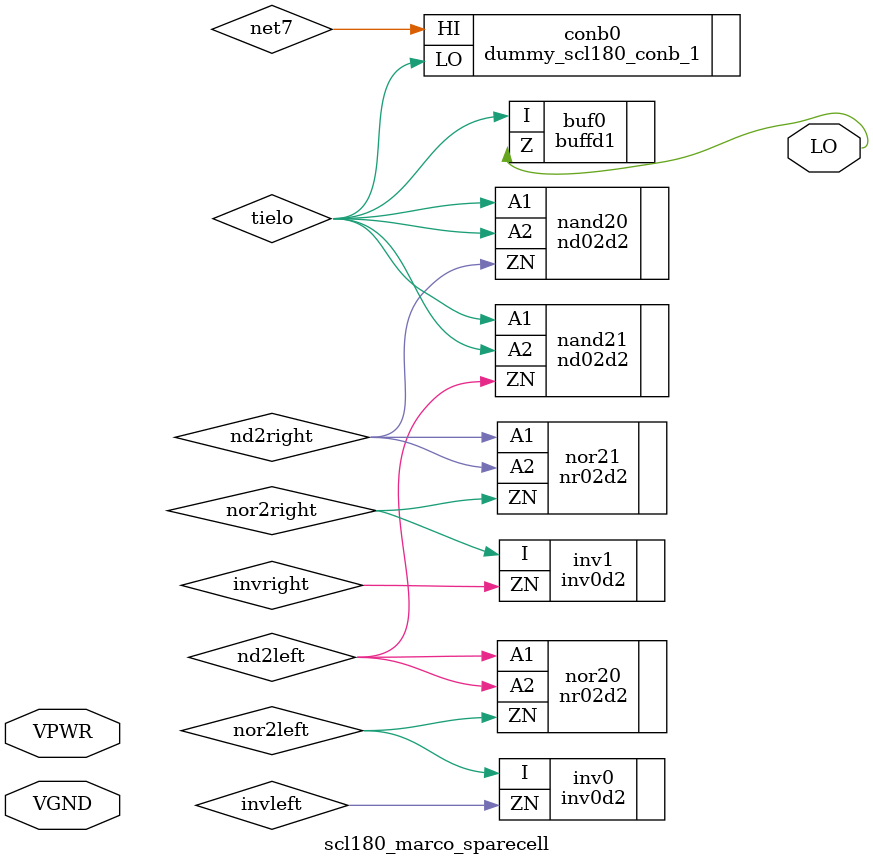
<source format=v>
module scl180_marco_sparecell (
    LO  ,
`ifndef USE_POWER_PINS
    VGND,
    VPWR
`endif
);

    // Module ports
    output LO  ;
    input  VGND;
    input  VPWR;

    // Local signals
    wire nor2left ;
    wire invleft  ;
    wire nor2right;
    wire invright ;
    wire nd2left  ;
    wire nd2right ;
    wire tielo    ;
    wire net7     ;
    //                       Name    Output         Other arguments
    inv0d2 inv0   (.I(nor2left) , .ZN(invleft));
    inv0d2 inv1   (.I(nor2right), .ZN(invright));
    nr02d2 nor20  (.A2(nd2left)  , .A1(nd2left), .ZN(nor2left));
    nr02d2 nor21  (.A2(nd2right) , .A1(nd2right), .ZN(nor2right));
    nd02d2 nand20 (.A2(tielo)    , .A1(tielo), .ZN(nd2right));
    nd02d2 nand21 (.A2(tielo)    , .A1(tielo), .ZN(nd2left));
    dummy_scl180_conb_1  conb0  (.LO(tielo)   , .HI(net7)  );
    buffd1 buf0   (.Z(LO) , .I(tielo) );

endmodule


</source>
